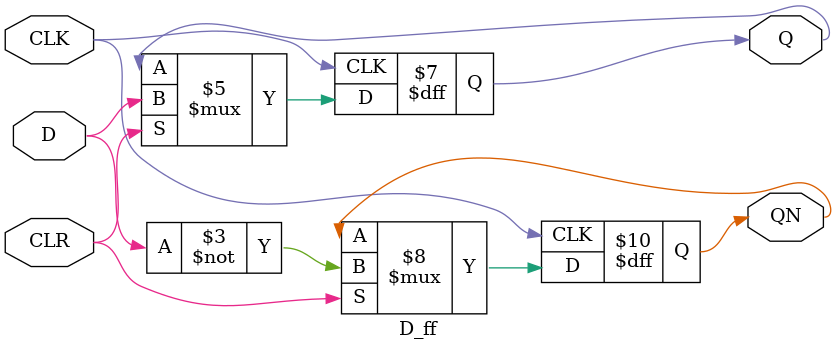
<source format=v>
`timescale 1ns / 1ps


module D_ff(D, CLK, CLR, Q, QN);
input D, CLK, CLR;
output reg Q, QN;

initial begin
Q = 1'b0;
QN = 1'b1;
end

always @(posedge CLK or negedge CLR)
begin
    if(~CLR) begin
        Q <= Q;
        QN <= QN;
    end
    else begin
        Q <= D;
        QN <= ~D;
    end
end
endmodule

</source>
